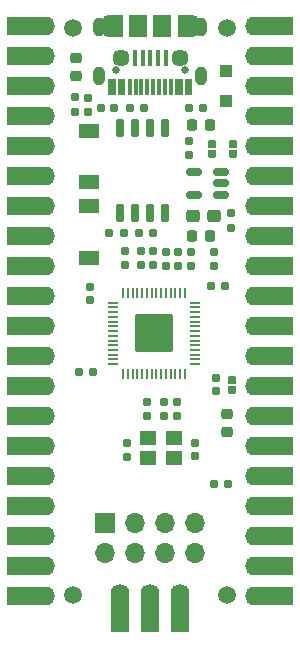
<source format=gbr>
G04 #@! TF.GenerationSoftware,KiCad,Pcbnew,(6.0.7)*
G04 #@! TF.CreationDate,2022-09-22T23:06:15+05:30*
G04 #@! TF.ProjectId,Mitayi-Pico-RP2040,4d697461-7969-42d5-9069-636f2d525032,0.4*
G04 #@! TF.SameCoordinates,PX825e060PY6d4a840*
G04 #@! TF.FileFunction,Soldermask,Top*
G04 #@! TF.FilePolarity,Negative*
%FSLAX46Y46*%
G04 Gerber Fmt 4.6, Leading zero omitted, Abs format (unit mm)*
G04 Created by KiCad (PCBNEW (6.0.7)) date 2022-09-22 23:06:15*
%MOMM*%
%LPD*%
G01*
G04 APERTURE LIST*
G04 Aperture macros list*
%AMRoundRect*
0 Rectangle with rounded corners*
0 $1 Rounding radius*
0 $2 $3 $4 $5 $6 $7 $8 $9 X,Y pos of 4 corners*
0 Add a 4 corners polygon primitive as box body*
4,1,4,$2,$3,$4,$5,$6,$7,$8,$9,$2,$3,0*
0 Add four circle primitives for the rounded corners*
1,1,$1+$1,$2,$3*
1,1,$1+$1,$4,$5*
1,1,$1+$1,$6,$7*
1,1,$1+$1,$8,$9*
0 Add four rect primitives between the rounded corners*
20,1,$1+$1,$2,$3,$4,$5,0*
20,1,$1+$1,$4,$5,$6,$7,0*
20,1,$1+$1,$6,$7,$8,$9,0*
20,1,$1+$1,$8,$9,$2,$3,0*%
%AMFreePoly0*
4,1,13,-0.340000,0.160000,-0.327821,0.221229,-0.293137,0.273137,-0.241229,0.307821,-0.180000,0.320000,0.340000,0.320000,0.340000,-0.320000,-0.180000,-0.320000,-0.241229,-0.307821,-0.293137,-0.273137,-0.327821,-0.221229,-0.340000,-0.160000,-0.340000,0.160000,-0.340000,0.160000,$1*%
%AMFreePoly1*
4,1,13,-0.340000,0.320000,0.180000,0.320000,0.241229,0.307821,0.293137,0.273137,0.327821,0.221229,0.340000,0.160000,0.340000,-0.160000,0.327821,-0.221229,0.293137,-0.273137,0.241229,-0.307821,0.180000,-0.320000,-0.340000,-0.320000,-0.340000,0.320000,-0.340000,0.320000,$1*%
G04 Aperture macros list end*
%ADD10FreePoly0,270.000000*%
%ADD11FreePoly1,270.000000*%
%ADD12RoundRect,0.218750X0.256250X-0.218750X0.256250X0.218750X-0.256250X0.218750X-0.256250X-0.218750X0*%
%ADD13RoundRect,0.155000X0.155000X-0.212500X0.155000X0.212500X-0.155000X0.212500X-0.155000X-0.212500X0*%
%ADD14RoundRect,0.225000X0.225000X0.250000X-0.225000X0.250000X-0.225000X-0.250000X0.225000X-0.250000X0*%
%ADD15RoundRect,0.155000X0.212500X0.155000X-0.212500X0.155000X-0.212500X-0.155000X0.212500X-0.155000X0*%
%ADD16RoundRect,0.160000X0.197500X0.160000X-0.197500X0.160000X-0.197500X-0.160000X0.197500X-0.160000X0*%
%ADD17C,1.500000*%
%ADD18RoundRect,0.160000X-0.160000X0.197500X-0.160000X-0.197500X0.160000X-0.197500X0.160000X0.197500X0*%
%ADD19RoundRect,0.155000X-0.212500X-0.155000X0.212500X-0.155000X0.212500X0.155000X-0.212500X0.155000X0*%
%ADD20RoundRect,0.050000X-0.387500X-0.050000X0.387500X-0.050000X0.387500X0.050000X-0.387500X0.050000X0*%
%ADD21RoundRect,0.050000X-0.050000X-0.387500X0.050000X-0.387500X0.050000X0.387500X-0.050000X0.387500X0*%
%ADD22RoundRect,0.144000X-1.456000X-1.456000X1.456000X-1.456000X1.456000X1.456000X-1.456000X1.456000X0*%
%ADD23RoundRect,0.155000X-0.155000X0.212500X-0.155000X-0.212500X0.155000X-0.212500X0.155000X0.212500X0*%
%ADD24RoundRect,0.150000X0.150000X-0.650000X0.150000X0.650000X-0.150000X0.650000X-0.150000X-0.650000X0*%
%ADD25O,1.600000X1.700000*%
%ADD26R,1.600000X3.200000*%
%ADD27FreePoly0,90.000000*%
%ADD28FreePoly1,90.000000*%
%ADD29RoundRect,0.225000X-0.225000X-0.250000X0.225000X-0.250000X0.225000X0.250000X-0.225000X0.250000X0*%
%ADD30C,0.670000*%
%ADD31R,0.300000X1.450000*%
%ADD32RoundRect,0.500000X0.000000X0.300000X0.000000X0.300000X0.000000X-0.300000X0.000000X-0.300000X0*%
%ADD33R,1.400000X1.200000*%
%ADD34RoundRect,0.160000X0.160000X-0.197500X0.160000X0.197500X-0.160000X0.197500X-0.160000X-0.197500X0*%
%ADD35R,1.000000X1.000000*%
%ADD36R,0.400000X1.350000*%
%ADD37R,1.500000X1.900000*%
%ADD38O,1.200000X1.900000*%
%ADD39C,1.450000*%
%ADD40R,1.200000X1.900000*%
%ADD41R,1.700000X1.150000*%
%ADD42R,3.200000X1.600000*%
%ADD43O,1.700000X1.600000*%
%ADD44RoundRect,0.250000X-0.312500X-0.275000X0.312500X-0.275000X0.312500X0.275000X-0.312500X0.275000X0*%
%ADD45RoundRect,0.160000X-0.197500X-0.160000X0.197500X-0.160000X0.197500X0.160000X-0.197500X0.160000X0*%
%ADD46RoundRect,0.150000X0.512500X0.150000X-0.512500X0.150000X-0.512500X-0.150000X0.512500X-0.150000X0*%
%ADD47R,1.700000X1.700000*%
%ADD48O,1.700000X1.700000*%
G04 APERTURE END LIST*
D10*
X17400000Y19730000D03*
D11*
X17400000Y18850000D03*
D12*
X17030000Y15262500D03*
X17030000Y16837500D03*
D13*
X8510000Y13212500D03*
X8510000Y14347500D03*
X5430000Y26442500D03*
X5430000Y27577500D03*
D14*
X15585000Y41290000D03*
X14035000Y41290000D03*
D15*
X4512500Y20400000D03*
X5647500Y20400000D03*
D13*
X15905000Y29362500D03*
X15905000Y30497500D03*
X5240000Y42422500D03*
X5240000Y43557500D03*
D16*
X8247500Y32170000D03*
X7052500Y32170000D03*
X17067500Y10860000D03*
X15872500Y10860000D03*
D17*
X17000000Y1490000D03*
D18*
X10220000Y17817500D03*
X10220000Y16622500D03*
D19*
X15662500Y27630000D03*
X16797500Y27630000D03*
D20*
X7382500Y26230000D03*
X7382500Y25830000D03*
X7382500Y25430000D03*
X7382500Y25030000D03*
X7382500Y24630000D03*
X7382500Y24230000D03*
X7382500Y23830000D03*
X7382500Y23430000D03*
X7382500Y23030000D03*
X7382500Y22630000D03*
X7382500Y22230000D03*
X7382500Y21830000D03*
X7382500Y21430000D03*
X7382500Y21030000D03*
D21*
X8220000Y20192500D03*
X8620000Y20192500D03*
X9020000Y20192500D03*
X9420000Y20192500D03*
X9820000Y20192500D03*
X10220000Y20192500D03*
X10620000Y20192500D03*
X11020000Y20192500D03*
X11420000Y20192500D03*
X11820000Y20192500D03*
X12220000Y20192500D03*
X12620000Y20192500D03*
X13020000Y20192500D03*
X13420000Y20192500D03*
D20*
X14257500Y21030000D03*
X14257500Y21430000D03*
X14257500Y21830000D03*
X14257500Y22230000D03*
X14257500Y22630000D03*
X14257500Y23030000D03*
X14257500Y23430000D03*
X14257500Y23830000D03*
X14257500Y24230000D03*
X14257500Y24630000D03*
X14257500Y25030000D03*
X14257500Y25430000D03*
X14257500Y25830000D03*
X14257500Y26230000D03*
D21*
X13420000Y27067500D03*
X13020000Y27067500D03*
X12620000Y27067500D03*
X12220000Y27067500D03*
X11820000Y27067500D03*
X11420000Y27067500D03*
X11020000Y27067500D03*
X10620000Y27067500D03*
X10220000Y27067500D03*
X9820000Y27067500D03*
X9420000Y27067500D03*
X9020000Y27067500D03*
X8620000Y27067500D03*
X8220000Y27067500D03*
D22*
X10820000Y23630000D03*
D18*
X11825000Y30547500D03*
X11825000Y29352500D03*
D23*
X12750000Y17797500D03*
X12750000Y16662500D03*
D24*
X7955000Y33850000D03*
X9225000Y33850000D03*
X10495000Y33850000D03*
X11765000Y33850000D03*
X11765000Y41050000D03*
X10495000Y41050000D03*
X9225000Y41050000D03*
X7955000Y41050000D03*
D13*
X10720000Y29457500D03*
X10720000Y30592500D03*
D16*
X10777500Y32170000D03*
X9582500Y32170000D03*
D13*
X13930000Y29372500D03*
X13930000Y30507500D03*
D19*
X7477500Y42700000D03*
X6342500Y42700000D03*
D25*
X7950000Y1600000D03*
D26*
X7950000Y-10000D03*
D25*
X10490000Y1600000D03*
D26*
X10490000Y-10000D03*
D25*
X13030000Y1600000D03*
D26*
X13030000Y-10000D03*
D27*
X17500000Y38810000D03*
D28*
X17500000Y39690000D03*
D18*
X17300000Y33787500D03*
X17300000Y32592500D03*
D13*
X11630000Y16652500D03*
X11630000Y17787500D03*
D23*
X16100000Y19877500D03*
X16100000Y18742500D03*
D29*
X14015000Y31920000D03*
X15565000Y31920000D03*
D17*
X4000000Y1490000D03*
D30*
X7610000Y45920000D03*
X13410000Y45920000D03*
D31*
X13910000Y44470000D03*
X13110000Y44470000D03*
X11760000Y44470000D03*
X10760000Y44470000D03*
X10260000Y44470000D03*
X9260000Y44470000D03*
X7910000Y44470000D03*
X7110000Y44470000D03*
X7410000Y44470000D03*
X8210000Y44470000D03*
X8760000Y44470000D03*
X9760000Y44470000D03*
X11260000Y44470000D03*
X12260000Y44470000D03*
X12810000Y44470000D03*
X13610000Y44470000D03*
D32*
X14830000Y45390000D03*
X6190000Y45390000D03*
X14830000Y49570000D03*
X6190000Y49570000D03*
D13*
X13760000Y39887500D03*
X13760000Y38752500D03*
D11*
X15750000Y38810000D03*
D10*
X15750000Y39690000D03*
D16*
X9947500Y42700000D03*
X8752500Y42700000D03*
D33*
X10330000Y13100000D03*
X12530000Y13100000D03*
X12530000Y14800000D03*
X10330000Y14800000D03*
D34*
X4170000Y42422500D03*
X4170000Y43617500D03*
D35*
X16900000Y43350000D03*
X16900000Y45850000D03*
D12*
X4200000Y45412500D03*
X4200000Y46987500D03*
D17*
X17000000Y49490000D03*
D36*
X11810000Y46937500D03*
X11160000Y46937500D03*
X10510000Y46937500D03*
X9860000Y46937500D03*
X9210000Y46937500D03*
D37*
X11510000Y49637500D03*
D38*
X7010000Y49637500D03*
D39*
X13010000Y46937500D03*
D40*
X13410000Y49637500D03*
D39*
X8010000Y46937500D03*
D38*
X14010000Y49637500D03*
D40*
X7610000Y49637500D03*
D37*
X9510000Y49637500D03*
D17*
X4000000Y49490000D03*
D41*
X5300000Y40775000D03*
X5300000Y36425000D03*
D23*
X14330000Y14377500D03*
X14330000Y13242500D03*
D13*
X9720000Y29462500D03*
X9720000Y30597500D03*
D18*
X12825000Y30547500D03*
X12825000Y29352500D03*
D42*
X-10000Y49700000D03*
D43*
X1600000Y49700000D03*
D42*
X-10000Y47160000D03*
D43*
X1600000Y47160000D03*
D42*
X-10000Y44620000D03*
D43*
X1600000Y44620000D03*
D42*
X-10000Y42080000D03*
D43*
X1600000Y42080000D03*
X1600000Y39540000D03*
D42*
X-10000Y39540000D03*
D43*
X1600000Y37000000D03*
D42*
X-10000Y37000000D03*
X-10000Y34460000D03*
D43*
X1600000Y34460000D03*
D42*
X-10000Y31920000D03*
D43*
X1600000Y31920000D03*
X1600000Y29380000D03*
D42*
X-10000Y29380000D03*
X-10000Y26840000D03*
D43*
X1600000Y26840000D03*
D42*
X-10000Y24300000D03*
D43*
X1600000Y24300000D03*
D42*
X-10000Y21760000D03*
D43*
X1600000Y21760000D03*
D42*
X-10000Y19220000D03*
D43*
X1600000Y19220000D03*
D42*
X-10000Y16680000D03*
D43*
X1600000Y16680000D03*
D42*
X-10000Y14140000D03*
D43*
X1600000Y14140000D03*
D42*
X-10000Y11600000D03*
D43*
X1600000Y11600000D03*
X1600000Y9060000D03*
D42*
X-10000Y9060000D03*
X-10000Y6520000D03*
D43*
X1600000Y6520000D03*
D42*
X-10000Y3980000D03*
D43*
X1600000Y3980000D03*
D42*
X-10000Y1440000D03*
D43*
X1600000Y1440000D03*
D44*
X14147500Y33600000D03*
X15922500Y33600000D03*
D45*
X13802500Y42700000D03*
X14997500Y42700000D03*
D46*
X16487500Y35380000D03*
X16487500Y36330000D03*
X16487500Y37280000D03*
X14212500Y37280000D03*
X14212500Y35380000D03*
D18*
X8330000Y30627500D03*
X8330000Y29432500D03*
D41*
X5285000Y30060000D03*
X5285000Y34410000D03*
D47*
X6675000Y7600000D03*
D48*
X6675000Y5060000D03*
X9215000Y7600000D03*
X9215000Y5060000D03*
X11755000Y7600000D03*
X11755000Y5060000D03*
X14295000Y7600000D03*
X14295000Y5060000D03*
D42*
X21010000Y49700000D03*
D43*
X19400000Y49700000D03*
D42*
X21010000Y47160000D03*
D43*
X19400000Y47160000D03*
D42*
X21010000Y44620000D03*
D43*
X19400000Y44620000D03*
X19400000Y42080000D03*
D42*
X21010000Y42080000D03*
D43*
X19400000Y39540000D03*
D42*
X21010000Y39540000D03*
X21010000Y37000000D03*
D43*
X19400000Y37000000D03*
D42*
X21010000Y34460000D03*
D43*
X19400000Y34460000D03*
X19400000Y31920000D03*
D42*
X21010000Y31920000D03*
X21010000Y29380000D03*
D43*
X19400000Y29380000D03*
D42*
X21010000Y26840000D03*
D43*
X19400000Y26840000D03*
D42*
X21010000Y24300000D03*
D43*
X19400000Y24300000D03*
D42*
X21010000Y21760000D03*
D43*
X19400000Y21760000D03*
X19400000Y19220000D03*
D42*
X21010000Y19220000D03*
D43*
X19400000Y16680000D03*
D42*
X21010000Y16680000D03*
X21010000Y14140000D03*
D43*
X19400000Y14140000D03*
X19400000Y11600000D03*
D42*
X21010000Y11600000D03*
X21010000Y9060000D03*
D43*
X19400000Y9060000D03*
X19400000Y6520000D03*
D42*
X21010000Y6520000D03*
X21010000Y3980000D03*
D43*
X19400000Y3980000D03*
D42*
X21010000Y1440000D03*
D43*
X19400000Y1440000D03*
M02*

</source>
